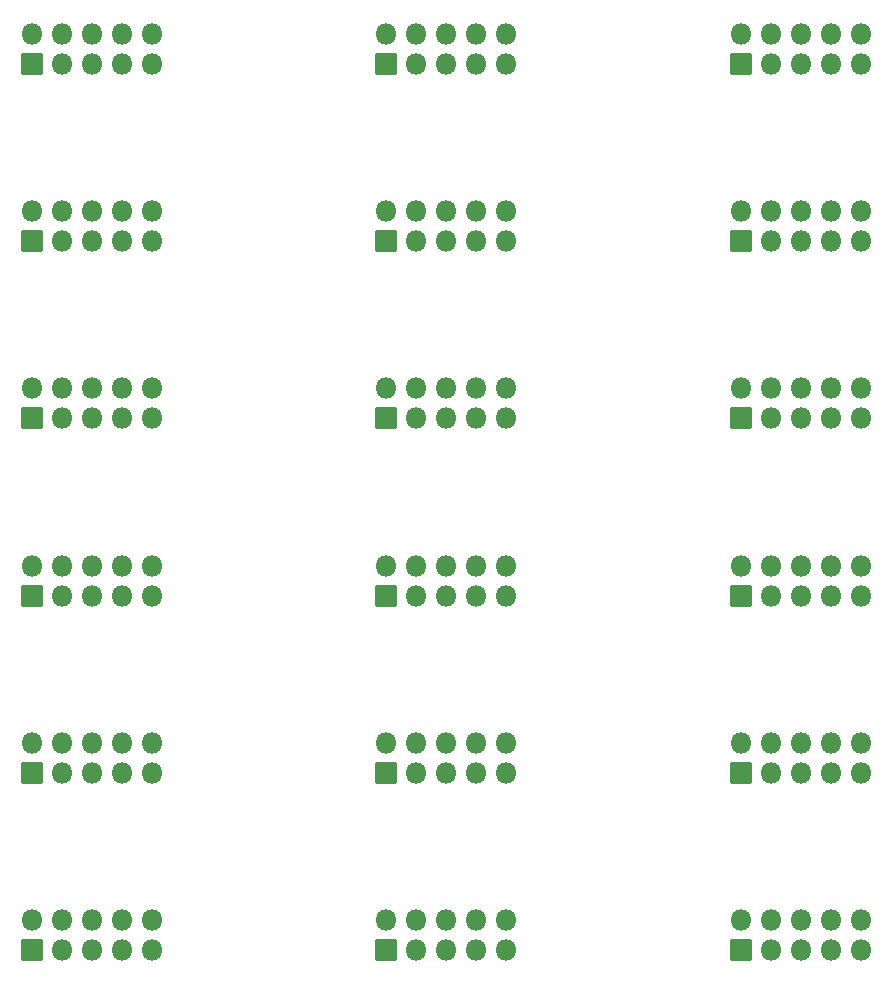
<source format=gbr>
G04 #@! TF.GenerationSoftware,KiCad,Pcbnew,6.0.7-f9a2dced07~116~ubuntu20.04.1*
G04 #@! TF.CreationDate,2022-08-18T12:09:24-05:00*
G04 #@! TF.ProjectId,,58585858-5858-4585-9858-585858585858,rev?*
G04 #@! TF.SameCoordinates,Original*
G04 #@! TF.FileFunction,Soldermask,Bot*
G04 #@! TF.FilePolarity,Negative*
%FSLAX46Y46*%
G04 Gerber Fmt 4.6, Leading zero omitted, Abs format (unit mm)*
G04 Created by KiCad (PCBNEW 6.0.7-f9a2dced07~116~ubuntu20.04.1) date 2022-08-18 12:09:24*
%MOMM*%
%LPD*%
G01*
G04 APERTURE LIST*
G04 Aperture macros list*
%AMRoundRect*
0 Rectangle with rounded corners*
0 $1 Rounding radius*
0 $2 $3 $4 $5 $6 $7 $8 $9 X,Y pos of 4 corners*
0 Add a 4 corners polygon primitive as box body*
4,1,4,$2,$3,$4,$5,$6,$7,$8,$9,$2,$3,0*
0 Add four circle primitives for the rounded corners*
1,1,$1+$1,$2,$3*
1,1,$1+$1,$4,$5*
1,1,$1+$1,$6,$7*
1,1,$1+$1,$8,$9*
0 Add four rect primitives between the rounded corners*
20,1,$1+$1,$2,$3,$4,$5,0*
20,1,$1+$1,$4,$5,$6,$7,0*
20,1,$1+$1,$6,$7,$8,$9,0*
20,1,$1+$1,$8,$9,$2,$3,0*%
G04 Aperture macros list end*
%ADD10RoundRect,0.051000X0.850000X-0.850000X0.850000X0.850000X-0.850000X0.850000X-0.850000X-0.850000X0*%
%ADD11O,1.802000X1.802000*%
G04 APERTURE END LIST*
D10*
X150500000Y-128670000D03*
D11*
X150500000Y-126130000D03*
X153040000Y-128670000D03*
X153040000Y-126130000D03*
X155580000Y-128670000D03*
X155580000Y-126130000D03*
X158120000Y-128670000D03*
X158120000Y-126130000D03*
X160660000Y-128670000D03*
X160660000Y-126130000D03*
D10*
X120500000Y-128670000D03*
D11*
X120500000Y-126130000D03*
X123040000Y-128670000D03*
X123040000Y-126130000D03*
X125580000Y-128670000D03*
X125580000Y-126130000D03*
X128120000Y-128670000D03*
X128120000Y-126130000D03*
X130660000Y-128670000D03*
X130660000Y-126130000D03*
D10*
X90500000Y-128670000D03*
D11*
X90500000Y-126130000D03*
X93040000Y-128670000D03*
X93040000Y-126130000D03*
X95580000Y-128670000D03*
X95580000Y-126130000D03*
X98120000Y-128670000D03*
X98120000Y-126130000D03*
X100660000Y-128670000D03*
X100660000Y-126130000D03*
D10*
X150500000Y-113670000D03*
D11*
X150500000Y-111130000D03*
X153040000Y-113670000D03*
X153040000Y-111130000D03*
X155580000Y-113670000D03*
X155580000Y-111130000D03*
X158120000Y-113670000D03*
X158120000Y-111130000D03*
X160660000Y-113670000D03*
X160660000Y-111130000D03*
D10*
X120500000Y-113670000D03*
D11*
X120500000Y-111130000D03*
X123040000Y-113670000D03*
X123040000Y-111130000D03*
X125580000Y-113670000D03*
X125580000Y-111130000D03*
X128120000Y-113670000D03*
X128120000Y-111130000D03*
X130660000Y-113670000D03*
X130660000Y-111130000D03*
D10*
X90500000Y-113670000D03*
D11*
X90500000Y-111130000D03*
X93040000Y-113670000D03*
X93040000Y-111130000D03*
X95580000Y-113670000D03*
X95580000Y-111130000D03*
X98120000Y-113670000D03*
X98120000Y-111130000D03*
X100660000Y-113670000D03*
X100660000Y-111130000D03*
D10*
X150500000Y-98670000D03*
D11*
X150500000Y-96130000D03*
X153040000Y-98670000D03*
X153040000Y-96130000D03*
X155580000Y-98670000D03*
X155580000Y-96130000D03*
X158120000Y-98670000D03*
X158120000Y-96130000D03*
X160660000Y-98670000D03*
X160660000Y-96130000D03*
D10*
X120500000Y-98670000D03*
D11*
X120500000Y-96130000D03*
X123040000Y-98670000D03*
X123040000Y-96130000D03*
X125580000Y-98670000D03*
X125580000Y-96130000D03*
X128120000Y-98670000D03*
X128120000Y-96130000D03*
X130660000Y-98670000D03*
X130660000Y-96130000D03*
D10*
X90500000Y-98670000D03*
D11*
X90500000Y-96130000D03*
X93040000Y-98670000D03*
X93040000Y-96130000D03*
X95580000Y-98670000D03*
X95580000Y-96130000D03*
X98120000Y-98670000D03*
X98120000Y-96130000D03*
X100660000Y-98670000D03*
X100660000Y-96130000D03*
D10*
X150500000Y-83670000D03*
D11*
X150500000Y-81130000D03*
X153040000Y-83670000D03*
X153040000Y-81130000D03*
X155580000Y-83670000D03*
X155580000Y-81130000D03*
X158120000Y-83670000D03*
X158120000Y-81130000D03*
X160660000Y-83670000D03*
X160660000Y-81130000D03*
D10*
X120500000Y-83670000D03*
D11*
X120500000Y-81130000D03*
X123040000Y-83670000D03*
X123040000Y-81130000D03*
X125580000Y-83670000D03*
X125580000Y-81130000D03*
X128120000Y-83670000D03*
X128120000Y-81130000D03*
X130660000Y-83670000D03*
X130660000Y-81130000D03*
D10*
X90500000Y-83670000D03*
D11*
X90500000Y-81130000D03*
X93040000Y-83670000D03*
X93040000Y-81130000D03*
X95580000Y-83670000D03*
X95580000Y-81130000D03*
X98120000Y-83670000D03*
X98120000Y-81130000D03*
X100660000Y-83670000D03*
X100660000Y-81130000D03*
D10*
X150500000Y-68670000D03*
D11*
X150500000Y-66130000D03*
X153040000Y-68670000D03*
X153040000Y-66130000D03*
X155580000Y-68670000D03*
X155580000Y-66130000D03*
X158120000Y-68670000D03*
X158120000Y-66130000D03*
X160660000Y-68670000D03*
X160660000Y-66130000D03*
D10*
X120500000Y-68670000D03*
D11*
X120500000Y-66130000D03*
X123040000Y-68670000D03*
X123040000Y-66130000D03*
X125580000Y-68670000D03*
X125580000Y-66130000D03*
X128120000Y-68670000D03*
X128120000Y-66130000D03*
X130660000Y-68670000D03*
X130660000Y-66130000D03*
D10*
X90500000Y-68670000D03*
D11*
X90500000Y-66130000D03*
X93040000Y-68670000D03*
X93040000Y-66130000D03*
X95580000Y-68670000D03*
X95580000Y-66130000D03*
X98120000Y-68670000D03*
X98120000Y-66130000D03*
X100660000Y-68670000D03*
X100660000Y-66130000D03*
D10*
X150500000Y-53670000D03*
D11*
X150500000Y-51130000D03*
X153040000Y-53670000D03*
X153040000Y-51130000D03*
X155580000Y-53670000D03*
X155580000Y-51130000D03*
X158120000Y-53670000D03*
X158120000Y-51130000D03*
X160660000Y-53670000D03*
X160660000Y-51130000D03*
D10*
X120500000Y-53670000D03*
D11*
X120500000Y-51130000D03*
X123040000Y-53670000D03*
X123040000Y-51130000D03*
X125580000Y-53670000D03*
X125580000Y-51130000D03*
X128120000Y-53670000D03*
X128120000Y-51130000D03*
X130660000Y-53670000D03*
X130660000Y-51130000D03*
D10*
X90500000Y-53670000D03*
D11*
X90500000Y-51130000D03*
X93040000Y-53670000D03*
X93040000Y-51130000D03*
X95580000Y-53670000D03*
X95580000Y-51130000D03*
X98120000Y-53670000D03*
X98120000Y-51130000D03*
X100660000Y-53670000D03*
X100660000Y-51130000D03*
M02*

</source>
